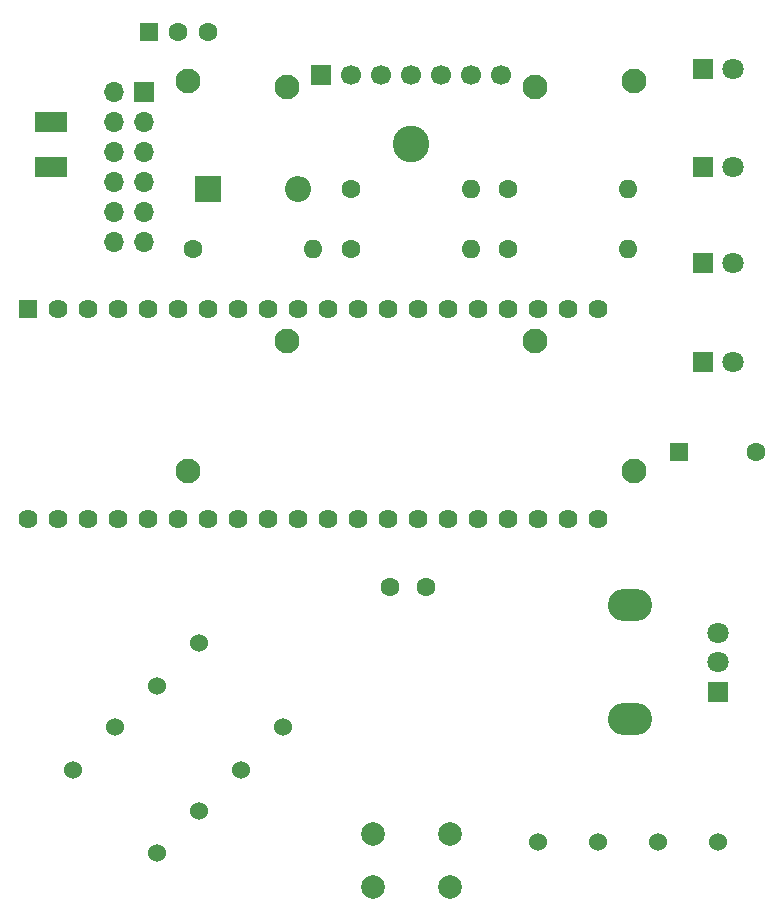
<source format=gbs>
G04 #@! TF.GenerationSoftware,KiCad,Pcbnew,6.0.0-d3dd2cf0fa~116~ubuntu20.04.1*
G04 #@! TF.CreationDate,2022-01-19T10:19:56+01:00*
G04 #@! TF.ProjectId,piconsole,7069636f-6e73-46f6-9c65-2e6b69636164,rev?*
G04 #@! TF.SameCoordinates,Original*
G04 #@! TF.FileFunction,Soldermask,Bot*
G04 #@! TF.FilePolarity,Negative*
%FSLAX46Y46*%
G04 Gerber Fmt 4.6, Leading zero omitted, Abs format (unit mm)*
G04 Created by KiCad (PCBNEW 6.0.0-d3dd2cf0fa~116~ubuntu20.04.1) date 2022-01-19 10:19:56*
%MOMM*%
%LPD*%
G01*
G04 APERTURE LIST*
%ADD10C,1.600000*%
%ADD11O,1.600000X1.600000*%
%ADD12C,2.100000*%
%ADD13R,1.700000X1.700000*%
%ADD14C,1.700000*%
%ADD15R,1.800000X1.800000*%
%ADD16C,1.800000*%
%ADD17R,1.600000X1.600000*%
%ADD18C,1.524000*%
%ADD19O,3.740000X2.720000*%
%ADD20C,2.000000*%
%ADD21R,2.200000X2.200000*%
%ADD22O,2.200000X2.200000*%
%ADD23O,1.700000X1.700000*%
%ADD24R,1.624000X1.624000*%
%ADD25C,1.624000*%
%ADD26C,3.100000*%
%ADD27R,2.700000X1.700000*%
G04 APERTURE END LIST*
D10*
X125730000Y-78740000D03*
D11*
X135890000Y-78740000D03*
D10*
X112395000Y-78740000D03*
D11*
X122555000Y-78740000D03*
D10*
X139065000Y-78740000D03*
D11*
X149225000Y-78740000D03*
D10*
X132080000Y-107315000D03*
X129080000Y-107315000D03*
D12*
X149710000Y-64526000D03*
X111910000Y-97526000D03*
X141310000Y-86526000D03*
X149710000Y-97526000D03*
X141310000Y-65026000D03*
X120310000Y-86526000D03*
X111910000Y-64526000D03*
X120310000Y-65026000D03*
D13*
X123192500Y-64026000D03*
D14*
X125732500Y-64026000D03*
X128272500Y-64026000D03*
X130810000Y-64026000D03*
X133352500Y-64026000D03*
X135892500Y-64026000D03*
X138432500Y-64026000D03*
D15*
X155575000Y-63500000D03*
D16*
X158115000Y-63500000D03*
D17*
X108625000Y-60325000D03*
D10*
X111125000Y-60325000D03*
X113625000Y-60325000D03*
D15*
X155575000Y-71755000D03*
D16*
X158115000Y-71755000D03*
D15*
X155575000Y-88265000D03*
D16*
X158115000Y-88265000D03*
D15*
X155575000Y-79930000D03*
D16*
X158115000Y-79930000D03*
D18*
X119991051Y-119208949D03*
X116398949Y-122801051D03*
X112891051Y-126308949D03*
X109298949Y-129901051D03*
X112891051Y-112108949D03*
X109298949Y-115701051D03*
D10*
X139065000Y-73660000D03*
D11*
X149225000Y-73660000D03*
D19*
X149345000Y-108905000D03*
X149345000Y-118505000D03*
D15*
X156845000Y-116205000D03*
D16*
X156845000Y-113705000D03*
X156845000Y-111205000D03*
D18*
X151765000Y-128905000D03*
X156845000Y-128905000D03*
X141605000Y-128905000D03*
X146685000Y-128905000D03*
X105791051Y-119208949D03*
X102198949Y-122801051D03*
D10*
X125730000Y-73660000D03*
D11*
X135890000Y-73660000D03*
D20*
X134135000Y-128270000D03*
X127635000Y-128270000D03*
X127635000Y-132770000D03*
X134135000Y-132770000D03*
D21*
X113665000Y-73660000D03*
D22*
X121285000Y-73660000D03*
D13*
X108204000Y-65405000D03*
D23*
X105664000Y-65405000D03*
X108204000Y-67945000D03*
X105664000Y-67945000D03*
X108204000Y-70485000D03*
X105664000Y-70485000D03*
X108204000Y-73025000D03*
X105664000Y-73025000D03*
X108204000Y-75565000D03*
X105664000Y-75565000D03*
X108204000Y-78105000D03*
X105664000Y-78105000D03*
D24*
X98425000Y-83820000D03*
D25*
X100965000Y-83820000D03*
X103505000Y-83820000D03*
X106045000Y-83820000D03*
X108585000Y-83820000D03*
X111125000Y-83820000D03*
X113665000Y-83820000D03*
X116205000Y-83820000D03*
X118745000Y-83820000D03*
X121285000Y-83820000D03*
X123825000Y-83820000D03*
X126365000Y-83820000D03*
X128905000Y-83820000D03*
X131445000Y-83820000D03*
X133985000Y-83820000D03*
X136525000Y-83820000D03*
X139065000Y-83820000D03*
X141605000Y-83820000D03*
X144145000Y-83820000D03*
X146685000Y-83820000D03*
X146685000Y-101600000D03*
X144145000Y-101600000D03*
X141605000Y-101600000D03*
X139065000Y-101600000D03*
X136525000Y-101600000D03*
X133985000Y-101600000D03*
X131445000Y-101600000D03*
X128905000Y-101600000D03*
X126365000Y-101600000D03*
X123825000Y-101600000D03*
X121285000Y-101600000D03*
X118745000Y-101600000D03*
X116205000Y-101600000D03*
X113665000Y-101600000D03*
X111125000Y-101600000D03*
X108585000Y-101600000D03*
X106045000Y-101600000D03*
X103505000Y-101600000D03*
X100965000Y-101600000D03*
X98425000Y-101600000D03*
D17*
X153560000Y-95885000D03*
D10*
X160060000Y-95885000D03*
D26*
X130810000Y-69850000D03*
D27*
X100330000Y-71755000D03*
X100330000Y-67945000D03*
M02*

</source>
